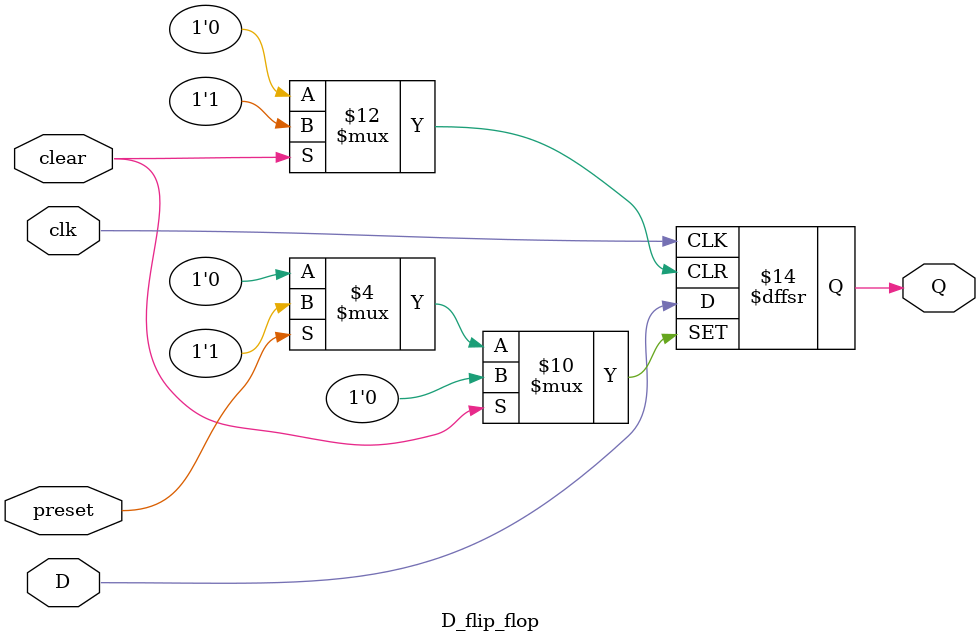
<source format=sv>

	module D_flip_flop(
			input  logic D, clk, clear, preset,
			output logic Q
	);

	always_ff@(posedge clk, posedge clear, posedge preset) begin
			if (clear)			Q <= 0;  
			else if (preset)	Q <= 1;
			else					Q <= D;
	end

	endmodule
</source>
